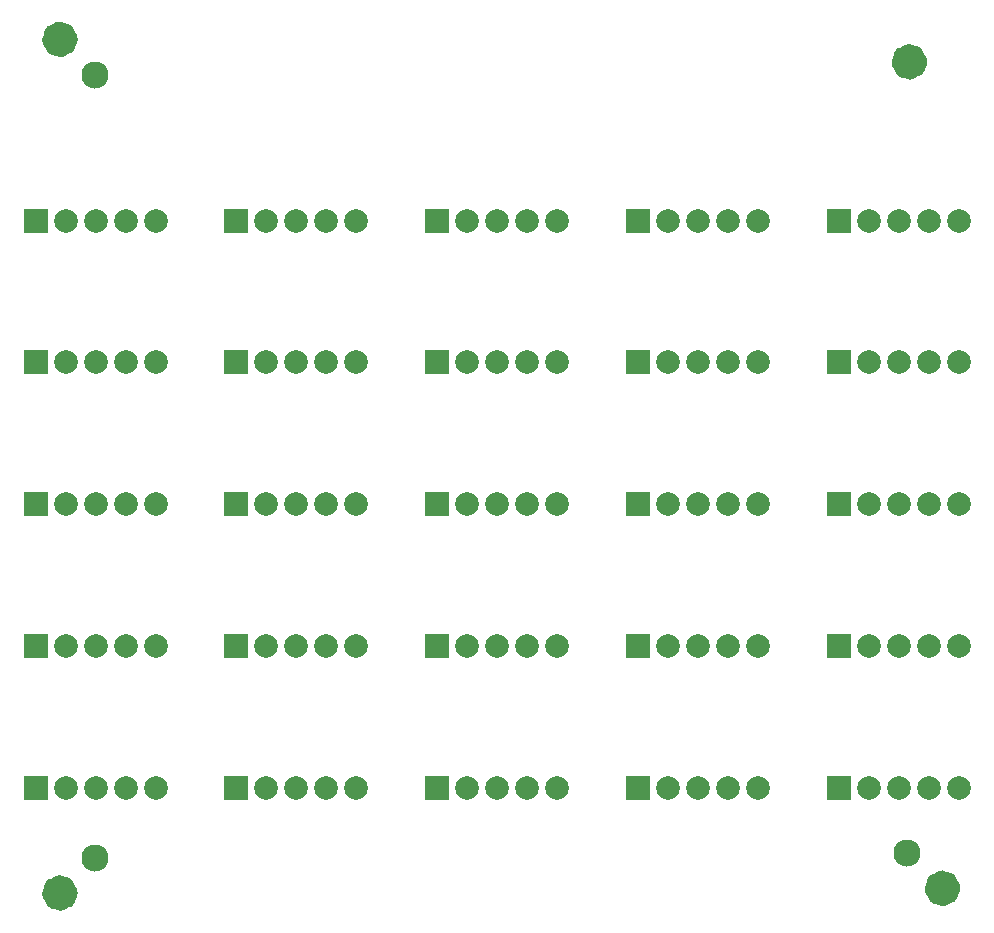
<source format=gbs>
G04*
G04 #@! TF.GenerationSoftware,Altium Limited,Altium Designer,23.8.1 (32)*
G04*
G04 Layer_Color=16711935*
%FSLAX44Y44*%
%MOMM*%
G71*
G04*
G04 #@! TF.SameCoordinates,016EFE59-DA19-4AE6-B192-11953897C182*
G04*
G04*
G04 #@! TF.FilePolarity,Negative*
G04*
G01*
G75*
%ADD22C,2.0000*%
%ADD23C,1.1000*%
%ADD27C,2.3000*%
%ADD28R,2.0096X2.0096*%
%ADD29C,2.0096*%
D22*
X792250Y-60000D02*
G03*
X792250Y-60000I-5000J0D01*
G01*
X45000Y-64000D02*
G03*
X45000Y-64000I-5000J0D01*
G01*
Y658750D02*
G03*
X45000Y658750I-5000J0D01*
G01*
X764250Y639750D02*
G03*
X764250Y639750I-5000J0D01*
G01*
D23*
X787250Y-60000D02*
D03*
X40000Y-64000D02*
D03*
Y658750D02*
D03*
X759250Y639750D02*
D03*
D27*
X757250Y-30000D02*
D03*
X70000Y-34000D02*
D03*
X70000Y628750D02*
D03*
D28*
X19450Y25250D02*
D03*
X189450D02*
D03*
X359450D02*
D03*
X529450D02*
D03*
X699450D02*
D03*
X19450Y145250D02*
D03*
X189450D02*
D03*
X359450D02*
D03*
X529450D02*
D03*
X699450D02*
D03*
X19450Y265250D02*
D03*
X189450D02*
D03*
X359450D02*
D03*
X529450D02*
D03*
X699450D02*
D03*
X19450Y385250D02*
D03*
X189450D02*
D03*
X359450D02*
D03*
X529450D02*
D03*
X699450D02*
D03*
X19450Y505250D02*
D03*
X189450D02*
D03*
X359450D02*
D03*
X529450D02*
D03*
X699450D02*
D03*
D29*
X44850Y25250D02*
D03*
X70250D02*
D03*
X95650D02*
D03*
X121050D02*
D03*
X214850D02*
D03*
X240250D02*
D03*
X265650D02*
D03*
X291050D02*
D03*
X384850D02*
D03*
X410250D02*
D03*
X435650D02*
D03*
X461050D02*
D03*
X554850D02*
D03*
X580250D02*
D03*
X605650D02*
D03*
X631050D02*
D03*
X724850D02*
D03*
X750250D02*
D03*
X775650D02*
D03*
X801050D02*
D03*
X44850Y145250D02*
D03*
X70250D02*
D03*
X95650D02*
D03*
X121050D02*
D03*
X214850D02*
D03*
X240250D02*
D03*
X265650D02*
D03*
X291050D02*
D03*
X384850D02*
D03*
X410250D02*
D03*
X435650D02*
D03*
X461050D02*
D03*
X554850D02*
D03*
X580250D02*
D03*
X605650D02*
D03*
X631050D02*
D03*
X724850D02*
D03*
X750250D02*
D03*
X775650D02*
D03*
X801050D02*
D03*
X44850Y265250D02*
D03*
X70250D02*
D03*
X95650D02*
D03*
X121050D02*
D03*
X214850D02*
D03*
X240250D02*
D03*
X265650D02*
D03*
X291050D02*
D03*
X384850D02*
D03*
X410250D02*
D03*
X435650D02*
D03*
X461050D02*
D03*
X554850D02*
D03*
X580250D02*
D03*
X605650D02*
D03*
X631050D02*
D03*
X724850D02*
D03*
X750250D02*
D03*
X775650D02*
D03*
X801050D02*
D03*
X44850Y385250D02*
D03*
X70250D02*
D03*
X95650D02*
D03*
X121050D02*
D03*
X214850D02*
D03*
X240250D02*
D03*
X265650D02*
D03*
X291050D02*
D03*
X384850D02*
D03*
X410250D02*
D03*
X435650D02*
D03*
X461050D02*
D03*
X554850D02*
D03*
X580250D02*
D03*
X605650D02*
D03*
X631050D02*
D03*
X724850D02*
D03*
X750250D02*
D03*
X775650D02*
D03*
X801050D02*
D03*
X44850Y505250D02*
D03*
X70250D02*
D03*
X95650D02*
D03*
X121050D02*
D03*
X214850D02*
D03*
X240250D02*
D03*
X265650D02*
D03*
X291050D02*
D03*
X384850D02*
D03*
X410250D02*
D03*
X435650D02*
D03*
X461050D02*
D03*
X554850D02*
D03*
X580250D02*
D03*
X605650D02*
D03*
X631050D02*
D03*
X724850D02*
D03*
X750250D02*
D03*
X775650D02*
D03*
X801050D02*
D03*
M02*

</source>
